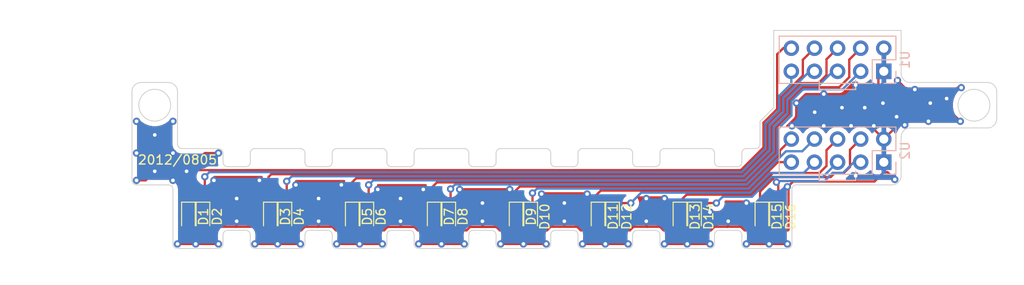
<source format=kicad_pcb>
(kicad_pcb (version 20171130) (host pcbnew "(5.1.6-0-10_14)")
  (layers (0 F.Cu signal) (31 B.Cu signal) (34 B.Paste user) (35 F.Paste user) (36 B.SilkS user) (37 F.SilkS user) (38 B.Mask user) (39 F.Mask user) (44 Edge.Cuts user))
  (net 0 "")
  (net 1 GND)
  (net 2 OUT1)
  (net 3 OUT2)
  (net 4 OUT3)
  (net 5 OUT4)
  (net 6 OUT5)
  (net 7 OUT6)
  (net 8 OUT7)
  (net 9 OUT8)
  (net 10 OUT9)
  (net 11 OUT10)
  (net 12 OUT11)
  (net 13 OUT12)
  (net 14 OUT13)
  (net 15 OUT14)
  (net 16 OUT15)
  (net 17 OUT16)
  (module Pin_Headers:Pin_Header_Straight_2x05_Pitch2.54mm (layer B.Cu) (at 193.095 102 90)
    (fp_text reference U2 (at 1.27 2.33 90) (layer B.SilkS) (effects (justify mirror)))
    (fp_text value Conn_02x05)
    (pad 1 thru_hole rect (at 0 0 90) (size 1.7 1.7) (drill 1) (layers *.Cu *.Mask) (net 1 GND))
    (pad 2 thru_hole oval (at 2.54 0 90) (size 1.7 1.7) (drill 1) (layers *.Cu *.Mask) (net 1 GND))
    (pad 3 thru_hole oval (at 0 -2.54 90) (size 1.7 1.7) (drill 1) (layers *.Cu *.Mask) (net 17 OUT16))
    (pad 4 thru_hole oval (at 2.54 -2.54 90) (size 1.7 1.7) (drill 1) (layers *.Cu *.Mask) (net 16 OUT15))
    (pad 5 thru_hole oval (at 0 -5.08 90) (size 1.7 1.7) (drill 1) (layers *.Cu *.Mask) (net 15 OUT14))
    (pad 6 thru_hole oval (at 2.54 -5.08 90) (size 1.7 1.7) (drill 1) (layers *.Cu *.Mask) (net 14 OUT13))
    (pad 7 thru_hole oval (at 0 -7.62 90) (size 1.7 1.7) (drill 1) (layers *.Cu *.Mask) (net 13 OUT12))
    (pad 8 thru_hole oval (at 2.54 -7.62 90) (size 1.7 1.7) (drill 1) (layers *.Cu *.Mask) (net 11 OUT10))
    (pad 9 thru_hole oval (at 0 -10.16 90) (size 1.7 1.7) (drill 1) (layers *.Cu *.Mask) (net 12 OUT11))
    (pad 10 thru_hole oval (at 2.54 -10.16 90) (size 1.7 1.7) (drill 1) (layers *.Cu *.Mask) (net 10 OUT9))
  )
  (module Pin_Headers:Pin_Header_Straight_2x05_Pitch2.54mm (layer B.Cu) (at 193.095 92 90)
    (fp_text reference U1 (at 1.27 2.33 90) (layer B.SilkS) (effects (justify mirror)))
    (fp_text value Conn_02x05)
    (pad 10 thru_hole oval (at 2.54 -10.16 90) (size 1.7 1.7) (drill 1) (layers *.Cu *.Mask) (net 2 OUT1))
    (pad 9 thru_hole oval (at 0 -10.16 90) (size 1.7 1.7) (drill 1) (layers *.Cu *.Mask) (net 3 OUT2))
    (pad 8 thru_hole oval (at 2.54 -7.62 90) (size 1.7 1.7) (drill 1) (layers *.Cu *.Mask) (net 4 OUT3))
    (pad 7 thru_hole oval (at 0 -7.62 90) (size 1.7 1.7) (drill 1) (layers *.Cu *.Mask) (net 5 OUT4))
    (pad 6 thru_hole oval (at 2.54 -5.08 90) (size 1.7 1.7) (drill 1) (layers *.Cu *.Mask) (net 6 OUT5))
    (pad 5 thru_hole oval (at 0 -5.08 90) (size 1.7 1.7) (drill 1) (layers *.Cu *.Mask) (net 7 OUT6))
    (pad 4 thru_hole oval (at 2.54 -2.54 90) (size 1.7 1.7) (drill 1) (layers *.Cu *.Mask) (net 8 OUT7))
    (pad 3 thru_hole oval (at 0 -2.54 90) (size 1.7 1.7) (drill 1) (layers *.Cu *.Mask) (net 9 OUT8))
    (pad 2 thru_hole oval (at 2.54 0 90) (size 1.7 1.7) (drill 1) (layers *.Cu *.Mask) (net 1 GND))
    (pad 1 thru_hole rect (at 0 0 90) (size 1.7 1.7) (drill 1) (layers *.Cu *.Mask) (net 1 GND))
  )
  (module Diodes_SMD:D_0805 (layer F.Cu) (at 116.75 108 270)
    (fp_text reference D1 (at 0 -1.6 90) (layer F.SilkS))
    (fp_text value D_Photo)
    (pad 2 smd rect (at 1.05 0 270) (size 0.8 0.9) (layers F.Cu F.Paste F.Mask) (net 1 GND))
    (pad 1 smd rect (at -1.05 0 270) (size 0.8 0.9) (layers F.Cu F.Paste F.Mask) (net 2 OUT1))
  )
  (module Diodes_SMD:D_0805 (layer F.Cu) (at 118.25 108 270)
    (fp_text reference D2 (at 0 -1.6 90) (layer F.SilkS))
    (fp_text value D_Photo)
    (pad 1 smd rect (at -1.05 0 270) (size 0.8 0.9) (layers F.Cu F.Paste F.Mask) (net 3 OUT2))
    (pad 2 smd rect (at 1.05 0 270) (size 0.8 0.9) (layers F.Cu F.Paste F.Mask) (net 1 GND))
  )
  (module Diodes_SMD:D_0805 (layer F.Cu) (at 125.75 108 270)
    (fp_text reference D3 (at 0 -1.6 90) (layer F.SilkS))
    (fp_text value D_Photo)
    (pad 2 smd rect (at 1.05 0 270) (size 0.8 0.9) (layers F.Cu F.Paste F.Mask) (net 1 GND))
    (pad 1 smd rect (at -1.05 0 270) (size 0.8 0.9) (layers F.Cu F.Paste F.Mask) (net 4 OUT3))
  )
  (module Diodes_SMD:D_0805 (layer F.Cu) (at 127.25 108 270)
    (fp_text reference D4 (at 0 -1.6 90) (layer F.SilkS))
    (fp_text value D_Photo)
    (pad 1 smd rect (at -1.05 0 270) (size 0.8 0.9) (layers F.Cu F.Paste F.Mask) (net 5 OUT4))
    (pad 2 smd rect (at 1.05 0 270) (size 0.8 0.9) (layers F.Cu F.Paste F.Mask) (net 1 GND))
  )
  (module Diodes_SMD:D_0805 (layer F.Cu) (at 134.75 108 270)
    (fp_text reference D5 (at 0 -1.6 90) (layer F.SilkS))
    (fp_text value D_Photo)
    (pad 2 smd rect (at 1.05 0 270) (size 0.8 0.9) (layers F.Cu F.Paste F.Mask) (net 1 GND))
    (pad 1 smd rect (at -1.05 0 270) (size 0.8 0.9) (layers F.Cu F.Paste F.Mask) (net 6 OUT5))
  )
  (module Diodes_SMD:D_0805 (layer F.Cu) (at 136.25 108 270)
    (fp_text reference D6 (at 0 -1.6 90) (layer F.SilkS))
    (fp_text value D_Photo)
    (pad 1 smd rect (at -1.05 0 270) (size 0.8 0.9) (layers F.Cu F.Paste F.Mask) (net 7 OUT6))
    (pad 2 smd rect (at 1.05 0 270) (size 0.8 0.9) (layers F.Cu F.Paste F.Mask) (net 1 GND))
  )
  (module Diodes_SMD:D_0805 (layer F.Cu) (at 143.75 108 270)
    (fp_text reference D7 (at 0 -1.6 90) (layer F.SilkS))
    (fp_text value D_Photo)
    (pad 2 smd rect (at 1.05 0 270) (size 0.8 0.9) (layers F.Cu F.Paste F.Mask) (net 1 GND))
    (pad 1 smd rect (at -1.05 0 270) (size 0.8 0.9) (layers F.Cu F.Paste F.Mask) (net 8 OUT7))
  )
  (module Diodes_SMD:D_0805 (layer F.Cu) (at 145.25 108 270)
    (fp_text reference D8 (at 0 -1.6 90) (layer F.SilkS))
    (fp_text value D_Photo)
    (pad 1 smd rect (at -1.05 0 270) (size 0.8 0.9) (layers F.Cu F.Paste F.Mask) (net 9 OUT8))
    (pad 2 smd rect (at 1.05 0 270) (size 0.8 0.9) (layers F.Cu F.Paste F.Mask) (net 1 GND))
  )
  (module Diodes_SMD:D_0805 (layer F.Cu) (at 152.75 108 270)
    (fp_text reference D9 (at 0 -1.6 90) (layer F.SilkS))
    (fp_text value D_Photo)
    (pad 2 smd rect (at 1.05 0 270) (size 0.8 0.9) (layers F.Cu F.Paste F.Mask) (net 1 GND))
    (pad 1 smd rect (at -1.05 0 270) (size 0.8 0.9) (layers F.Cu F.Paste F.Mask) (net 10 OUT9))
  )
  (module Diodes_SMD:D_0805 (layer F.Cu) (at 154.25 108 270)
    (fp_text reference D10 (at 0 -1.6 90) (layer F.SilkS))
    (fp_text value D_Photo)
    (pad 1 smd rect (at -1.05 0 270) (size 0.8 0.9) (layers F.Cu F.Paste F.Mask) (net 11 OUT10))
    (pad 2 smd rect (at 1.05 0 270) (size 0.8 0.9) (layers F.Cu F.Paste F.Mask) (net 1 GND))
  )
  (module Diodes_SMD:D_0805 (layer F.Cu) (at 161.75 108 270)
    (fp_text reference D11 (at 0 -1.6 90) (layer F.SilkS))
    (fp_text value D_Photo)
    (pad 2 smd rect (at 1.05 0 270) (size 0.8 0.9) (layers F.Cu F.Paste F.Mask) (net 1 GND))
    (pad 1 smd rect (at -1.05 0 270) (size 0.8 0.9) (layers F.Cu F.Paste F.Mask) (net 12 OUT11))
  )
  (module Diodes_SMD:D_0805 (layer F.Cu) (at 163.25 108 270)
    (fp_text reference D12 (at 0 -1.6 90) (layer F.SilkS))
    (fp_text value D_Photo)
    (pad 1 smd rect (at -1.05 0 270) (size 0.8 0.9) (layers F.Cu F.Paste F.Mask) (net 13 OUT12))
    (pad 2 smd rect (at 1.05 0 270) (size 0.8 0.9) (layers F.Cu F.Paste F.Mask) (net 1 GND))
  )
  (module Diodes_SMD:D_0805 (layer F.Cu) (at 170.75 108 270)
    (fp_text reference D13 (at 0 -1.6 90) (layer F.SilkS))
    (fp_text value D_Photo)
    (pad 2 smd rect (at 1.05 0 270) (size 0.8 0.9) (layers F.Cu F.Paste F.Mask) (net 1 GND))
    (pad 1 smd rect (at -1.05 0 270) (size 0.8 0.9) (layers F.Cu F.Paste F.Mask) (net 14 OUT13))
  )
  (module Diodes_SMD:D_0805 (layer F.Cu) (at 172.25 108 270)
    (fp_text reference D14 (at 0 -1.6 90) (layer F.SilkS))
    (fp_text value D_Photo)
    (pad 1 smd rect (at -1.05 0 270) (size 0.8 0.9) (layers F.Cu F.Paste F.Mask) (net 15 OUT14))
    (pad 2 smd rect (at 1.05 0 270) (size 0.8 0.9) (layers F.Cu F.Paste F.Mask) (net 1 GND))
  )
  (module Diodes_SMD:D_0805 (layer F.Cu) (at 179.75 108 270)
    (fp_text reference D15 (at 0 -1.6 90) (layer F.SilkS))
    (fp_text value D_Photo)
    (pad 2 smd rect (at 1.05 0 270) (size 0.8 0.9) (layers F.Cu F.Paste F.Mask) (net 1 GND))
    (pad 1 smd rect (at -1.05 0 270) (size 0.8 0.9) (layers F.Cu F.Paste F.Mask) (net 16 OUT15))
  )
  (module Diodes_SMD:D_0805 (layer F.Cu) (at 181.25 108 270)
    (fp_text reference D16 (at 0 -1.6 90) (layer F.SilkS))
    (fp_text value D_Photo)
    (pad 1 smd rect (at -1.05 0 270) (size 0.8 0.9) (layers F.Cu F.Paste F.Mask) (net 17 OUT16))
    (pad 2 smd rect (at 1.05 0 270) (size 0.8 0.9) (layers F.Cu F.Paste F.Mask) (net 1 GND))
  )
  (gr_text 2012/0805 (at 115.5 101.75) (layer F.SilkS) (effects (font (size 1 1))))
  (gr_line (start 190 104) (end 190 103) (layer B.SilkS) (width 0.15))
  (gr_line (start 186 104) (end 190 104) (layer B.SilkS) (width 0.15))
  (gr_line (start 186 103) (end 186 104) (layer B.SilkS) (width 0.15))
  (gr_line (start 190 94) (end 190 93) (layer B.SilkS) (width 0.15))
  (gr_line (start 186 94) (end 190 94) (layer B.SilkS) (width 0.15))
  (gr_line (start 186 93) (end 186 94) (layer B.SilkS) (width 0.15))
  (gr_arc (start 179 100) (end 179 100.5) (angle -90) (layer Edge.Cuts) (width 0.1))
  (gr_line (start 178 100.5) (end 179 100.5) (layer Edge.Cuts) (width 0.1))
  (gr_line (start 115 105) (end 115 111) (layer Edge.Cuts) (width 0.1))
  (gr_arc (start 111 104) (end 110.5 104) (angle -90) (layer Edge.Cuts) (width 0.1))
  (gr_arc (start 194 103.5) (end 194 104.5) (angle -90) (layer Edge.Cuts) (width 0.1))
  (gr_line (start 183.5 104.5) (end 194 104.5) (layer Edge.Cuts) (width 0.1))
  (gr_line (start 175 109.5) (end 177 109.5) (layer Edge.Cuts) (width 0.1))
  (gr_line (start 166 109.5) (end 168 109.5) (layer Edge.Cuts) (width 0.1))
  (gr_line (start 157 109.5) (end 159 109.5) (layer Edge.Cuts) (width 0.1))
  (gr_line (start 148 109.5) (end 150 109.5) (layer Edge.Cuts) (width 0.1))
  (gr_line (start 139 109.5) (end 141 109.5) (layer Edge.Cuts) (width 0.1))
  (gr_line (start 130 109.5) (end 132 109.5) (layer Edge.Cuts) (width 0.1))
  (gr_line (start 121 109.5) (end 123 109.5) (layer Edge.Cuts) (width 0.1))
  (gr_line (start 111 104.5) (end 114.5 104.5) (layer Edge.Cuts) (width 0.1))
  (gr_line (start 121 102.5) (end 123 102.5) (layer Edge.Cuts) (width 0.1))
  (gr_line (start 130 102.5) (end 132 102.5) (layer Edge.Cuts) (width 0.1))
  (gr_line (start 139 102.5) (end 141 102.5) (layer Edge.Cuts) (width 0.1))
  (gr_line (start 150 102.5) (end 148 102.5) (layer Edge.Cuts) (width 0.1))
  (gr_line (start 159 102.5) (end 157 102.5) (layer Edge.Cuts) (width 0.1))
  (gr_line (start 168 102.5) (end 166 102.5) (layer Edge.Cuts) (width 0.1))
  (gr_line (start 177 102.5) (end 175 102.5) (layer Edge.Cuts) (width 0.1))
  (gr_line (start 116 100.5) (end 120 100.5) (layer Edge.Cuts) (width 0.1))
  (gr_arc (start 177 102) (end 177 102.5) (angle -90) (layer Edge.Cuts) (width 0.1))
  (gr_arc (start 178 101) (end 178 100.5) (angle -90) (layer Edge.Cuts) (width 0.1))
  (gr_line (start 177.5 101) (end 177.5 102) (layer Edge.Cuts) (width 0.1))
  (gr_arc (start 121 102) (end 120.5 102) (angle -90) (layer Edge.Cuts) (width 0.1))
  (gr_arc (start 120 101) (end 120.5 101) (angle -90) (layer Edge.Cuts) (width 0.1))
  (gr_arc (start 116 100) (end 115.5 100) (angle -90) (layer Edge.Cuts) (width 0.1))
  (gr_line (start 120.5 101) (end 120.5 102) (layer Edge.Cuts) (width 0.1))
  (gr_line (start 123.5 101) (end 123.5 102) (layer Edge.Cuts) (width 0.1))
  (gr_line (start 124 100.5) (end 129 100.5) (layer Edge.Cuts) (width 0.1))
  (gr_arc (start 124 101) (end 124 100.5) (angle -90) (layer Edge.Cuts) (width 0.1))
  (gr_arc (start 130 102) (end 129.5 102) (angle -90) (layer Edge.Cuts) (width 0.1))
  (gr_arc (start 129 101) (end 129.5 101) (angle -90) (layer Edge.Cuts) (width 0.1))
  (gr_line (start 129.5 101) (end 129.5 102) (layer Edge.Cuts) (width 0.1))
  (gr_arc (start 123 102) (end 123 102.5) (angle -90) (layer Edge.Cuts) (width 0.1))
  (gr_arc (start 132 102) (end 132 102.5) (angle -90) (layer Edge.Cuts) (width 0.1))
  (gr_arc (start 133 101) (end 133 100.5) (angle -90) (layer Edge.Cuts) (width 0.1))
  (gr_line (start 133 100.5) (end 138 100.5) (layer Edge.Cuts) (width 0.1))
  (gr_line (start 138.5 101) (end 138.5 102) (layer Edge.Cuts) (width 0.1))
  (gr_arc (start 139 102) (end 138.5 102) (angle -90) (layer Edge.Cuts) (width 0.1))
  (gr_arc (start 138 101) (end 138.5 101) (angle -90) (layer Edge.Cuts) (width 0.1))
  (gr_line (start 132.5 101) (end 132.5 102) (layer Edge.Cuts) (width 0.1))
  (gr_arc (start 148 102) (end 147.5 102) (angle -90) (layer Edge.Cuts) (width 0.1))
  (gr_line (start 141.5 101) (end 141.5 102) (layer Edge.Cuts) (width 0.1))
  (gr_arc (start 147 101) (end 147.5 101) (angle -90) (layer Edge.Cuts) (width 0.1))
  (gr_arc (start 141 102) (end 141 102.5) (angle -90) (layer Edge.Cuts) (width 0.1))
  (gr_line (start 147.5 101) (end 147.5 102) (layer Edge.Cuts) (width 0.1))
  (gr_line (start 142 100.5) (end 147 100.5) (layer Edge.Cuts) (width 0.1))
  (gr_arc (start 142 101) (end 142 100.5) (angle -90) (layer Edge.Cuts) (width 0.1))
  (gr_arc (start 150 102) (end 150 102.5) (angle -90) (layer Edge.Cuts) (width 0.1))
  (gr_arc (start 151 101) (end 151 100.5) (angle -90) (layer Edge.Cuts) (width 0.1))
  (gr_line (start 151 100.5) (end 156 100.5) (layer Edge.Cuts) (width 0.1))
  (gr_arc (start 156 101) (end 156.5 101) (angle -90) (layer Edge.Cuts) (width 0.1))
  (gr_arc (start 157 102) (end 156.5 102) (angle -90) (layer Edge.Cuts) (width 0.1))
  (gr_line (start 150.5 101) (end 150.5 102) (layer Edge.Cuts) (width 0.1))
  (gr_line (start 156.5 101) (end 156.5 102) (layer Edge.Cuts) (width 0.1))
  (gr_arc (start 159 102) (end 159 102.5) (angle -90) (layer Edge.Cuts) (width 0.1))
  (gr_arc (start 160 101) (end 160 100.5) (angle -90) (layer Edge.Cuts) (width 0.1))
  (gr_line (start 165.5 101) (end 165.5 102) (layer Edge.Cuts) (width 0.1))
  (gr_arc (start 165 101) (end 165.5 101) (angle -90) (layer Edge.Cuts) (width 0.1))
  (gr_line (start 160 100.5) (end 165 100.5) (layer Edge.Cuts) (width 0.1))
  (gr_arc (start 166 102) (end 165.5 102) (angle -90) (layer Edge.Cuts) (width 0.1))
  (gr_line (start 159.5 101) (end 159.5 102) (layer Edge.Cuts) (width 0.1))
  (gr_arc (start 169 101) (end 169 100.5) (angle -90) (layer Edge.Cuts) (width 0.1))
  (gr_arc (start 168 102) (end 168 102.5) (angle -90) (layer Edge.Cuts) (width 0.1))
  (gr_arc (start 175 102) (end 174.5 102) (angle -90) (layer Edge.Cuts) (width 0.1))
  (gr_line (start 168.5 101) (end 168.5 102) (layer Edge.Cuts) (width 0.1))
  (gr_line (start 174.5 101) (end 174.5 102) (layer Edge.Cuts) (width 0.1))
  (gr_arc (start 174 101) (end 174.5 101) (angle -90) (layer Edge.Cuts) (width 0.1))
  (gr_line (start 169 100.5) (end 174 100.5) (layer Edge.Cuts) (width 0.1))
  (gr_arc (start 177 110) (end 177.5 110) (angle -90) (layer Edge.Cuts) (width 0.1))
  (gr_line (start 177.5 111) (end 177.5 110) (layer Edge.Cuts) (width 0.1))
  (gr_arc (start 178 111) (end 177.5 111) (angle -90) (layer Edge.Cuts) (width 0.1))
  (gr_arc (start 183.5 105) (end 183.5 104.5) (angle -90) (layer Edge.Cuts) (width 0.1))
  (gr_line (start 182.5 111.5) (end 178 111.5) (layer Edge.Cuts) (width 0.1))
  (gr_line (start 183 111) (end 183 105) (layer Edge.Cuts) (width 0.1))
  (gr_arc (start 182.5 111) (end 182.5 111.5) (angle -90) (layer Edge.Cuts) (width 0.1))
  (gr_line (start 174.5 111) (end 174.5 110) (layer Edge.Cuts) (width 0.1))
  (gr_arc (start 175 110) (end 175 109.5) (angle -90) (layer Edge.Cuts) (width 0.1))
  (gr_arc (start 168 110) (end 168.5 110) (angle -90) (layer Edge.Cuts) (width 0.1))
  (gr_line (start 168.5 111) (end 168.5 110) (layer Edge.Cuts) (width 0.1))
  (gr_arc (start 174 111) (end 174 111.5) (angle -90) (layer Edge.Cuts) (width 0.1))
  (gr_arc (start 169 111) (end 168.5 111) (angle -90) (layer Edge.Cuts) (width 0.1))
  (gr_line (start 174 111.5) (end 169 111.5) (layer Edge.Cuts) (width 0.1))
  (gr_arc (start 166 110) (end 166 109.5) (angle -90) (layer Edge.Cuts) (width 0.1))
  (gr_line (start 159.5 111) (end 159.5 110) (layer Edge.Cuts) (width 0.1))
  (gr_arc (start 165 111) (end 165 111.5) (angle -90) (layer Edge.Cuts) (width 0.1))
  (gr_line (start 165 111.5) (end 160 111.5) (layer Edge.Cuts) (width 0.1))
  (gr_arc (start 159 110) (end 159.5 110) (angle -90) (layer Edge.Cuts) (width 0.1))
  (gr_arc (start 160 111) (end 159.5 111) (angle -90) (layer Edge.Cuts) (width 0.1))
  (gr_line (start 165.5 111) (end 165.5 110) (layer Edge.Cuts) (width 0.1))
  (gr_arc (start 150 110) (end 150.5 110) (angle -90) (layer Edge.Cuts) (width 0.1))
  (gr_arc (start 151 111) (end 150.5 111) (angle -90) (layer Edge.Cuts) (width 0.1))
  (gr_line (start 156.5 111) (end 156.5 110) (layer Edge.Cuts) (width 0.1))
  (gr_arc (start 156 111) (end 156 111.5) (angle -90) (layer Edge.Cuts) (width 0.1))
  (gr_line (start 156 111.5) (end 151 111.5) (layer Edge.Cuts) (width 0.1))
  (gr_arc (start 157 110) (end 157 109.5) (angle -90) (layer Edge.Cuts) (width 0.1))
  (gr_line (start 150.5 111) (end 150.5 110) (layer Edge.Cuts) (width 0.1))
  (gr_line (start 147.5 111) (end 147.5 110) (layer Edge.Cuts) (width 0.1))
  (gr_arc (start 141 110) (end 141.5 110) (angle -90) (layer Edge.Cuts) (width 0.1))
  (gr_line (start 141.5 111) (end 141.5 110) (layer Edge.Cuts) (width 0.1))
  (gr_arc (start 148 110) (end 148 109.5) (angle -90) (layer Edge.Cuts) (width 0.1))
  (gr_arc (start 147 111) (end 147 111.5) (angle -90) (layer Edge.Cuts) (width 0.1))
  (gr_line (start 147 111.5) (end 142 111.5) (layer Edge.Cuts) (width 0.1))
  (gr_arc (start 142 111) (end 141.5 111) (angle -90) (layer Edge.Cuts) (width 0.1))
  (gr_line (start 138.5 111) (end 138.5 110) (layer Edge.Cuts) (width 0.1))
  (gr_arc (start 139 110) (end 139 109.5) (angle -90) (layer Edge.Cuts) (width 0.1))
  (gr_arc (start 138 111) (end 138 111.5) (angle -90) (layer Edge.Cuts) (width 0.1))
  (gr_line (start 138 111.5) (end 133 111.5) (layer Edge.Cuts) (width 0.1))
  (gr_arc (start 132 110) (end 132.5 110) (angle -90) (layer Edge.Cuts) (width 0.1))
  (gr_line (start 132.5 111) (end 132.5 110) (layer Edge.Cuts) (width 0.1))
  (gr_arc (start 133 111) (end 132.5 111) (angle -90) (layer Edge.Cuts) (width 0.1))
  (gr_line (start 129.5 111) (end 129.5 110) (layer Edge.Cuts) (width 0.1))
  (gr_arc (start 130 110) (end 130 109.5) (angle -90) (layer Edge.Cuts) (width 0.1))
  (gr_arc (start 129 111) (end 129 111.5) (angle -90) (layer Edge.Cuts) (width 0.1))
  (gr_line (start 123.5 111) (end 123.5 110) (layer Edge.Cuts) (width 0.1))
  (gr_arc (start 123 110) (end 123.5 110) (angle -90) (layer Edge.Cuts) (width 0.1))
  (gr_line (start 129 111.5) (end 124 111.5) (layer Edge.Cuts) (width 0.1))
  (gr_arc (start 124 111) (end 123.5 111) (angle -90) (layer Edge.Cuts) (width 0.1))
  (gr_arc (start 121 110) (end 121 109.5) (angle -90) (layer Edge.Cuts) (width 0.1))
  (gr_arc (start 114.5 105) (end 115 105) (angle -90) (layer Edge.Cuts) (width 0.1))
  (gr_line (start 120.5 111) (end 120.5 110) (layer Edge.Cuts) (width 0.1))
  (gr_arc (start 120 111) (end 120 111.5) (angle -90) (layer Edge.Cuts) (width 0.1))
  (gr_arc (start 115.5 111) (end 115 111) (angle -90) (layer Edge.Cuts) (width 0.1))
  (gr_line (start 120 111.5) (end 115.5 111.5) (layer Edge.Cuts) (width 0.1))
  (gr_arc (start 114.5 94.23) (end 115.5 94.23) (angle -90) (layer Edge.Cuts) (width 0.1))
  (gr_arc (start 111.5 94.23) (end 111.5 93.23) (angle -90) (layer Edge.Cuts) (width 0.1))
  (gr_line (start 111.5 93.23) (end 114.5 93.23) (layer Edge.Cuts) (width 0.1))
  (gr_line (start 110.5 104) (end 110.5 94.23) (layer Edge.Cuts) (width 0.1))
  (gr_line (start 115.5 100) (end 115.5 94.23) (layer Edge.Cuts) (width 0.1))
  (gr_circle (center 113 95.73) (end 114.75 95.73) (layer Edge.Cuts) (width 0.1))
  (gr_circle (center 203 95.73) (end 204.75 95.73) (layer Edge.Cuts) (width 0.1))
  (gr_arc (start 196 92.23) (end 195 92.23) (angle -90) (layer Edge.Cuts) (width 0.1))
  (gr_arc (start 196 99.23) (end 196 98.23) (angle -90) (layer Edge.Cuts) (width 0.1))
  (gr_line (start 195 92.23) (end 195 87.5) (layer Edge.Cuts) (width 0.1))
  (gr_arc (start 204.5 97.23) (end 204.5 98.23) (angle -90) (layer Edge.Cuts) (width 0.1))
  (gr_arc (start 204.5 94.23) (end 205.5 94.23) (angle -90) (layer Edge.Cuts) (width 0.1))
  (gr_line (start 196 98.23) (end 204.5 98.23) (layer Edge.Cuts) (width 0.1))
  (gr_line (start 205.5 94.23) (end 205.5 97.23) (layer Edge.Cuts) (width 0.1))
  (gr_line (start 196 93.23) (end 204.5 93.23) (layer Edge.Cuts) (width 0.1))
  (gr_line (start 181 96) (end 181 93) (layer Edge.Cuts) (width 0.1))
  (gr_line (start 179.5 97.5) (end 181 96) (layer Edge.Cuts) (width 0.1))
  (gr_line (start 179.5 100) (end 179.5 97.5) (layer Edge.Cuts) (width 0.1))
  (gr_line (start 181 87.5) (end 195 87.5) (layer Edge.Cuts) (width 0.1))
  (gr_line (start 181 93) (end 181 87.5) (layer Edge.Cuts) (width 0.1))
  (gr_line (start 195 103.5) (end 195 99.23) (layer Edge.Cuts) (width 0.1))
  (via (at 111 97.5) (size 0.8) (drill 0.4) (layers F.Cu B.Cu) (net 1))
  (segment (start 152.5 109.5) (end 154.5 109.5) (width 0.25) (layer F.Cu) (net 1))
  (segment (start 170.5 109.5) (end 172.5 109.5) (width 0.25) (layer F.Cu) (net 1))
  (segment (start 193.095 99.46) (end 193.095 102) (width 0.25) (layer F.Cu) (net 1))
  (via (at 194.5 97) (size 0.8) (drill 0.4) (layers F.Cu B.Cu) (net 1))
  (via (at 189.5 98) (size 0.8) (drill 0.4) (layers F.Cu B.Cu) (net 1))
  (segment (start 194.5 98.055) (end 194.5 97) (width 0.25) (layer F.Cu) (net 1))
  (segment (start 193.095 99.46) (end 194.5 98.055) (width 0.25) (layer F.Cu) (net 1))
  (segment (start 194.5 96) (end 192.5 94) (width 0.25) (layer F.Cu) (net 1))
  (segment (start 194.5 97) (end 194.5 96) (width 0.25) (layer F.Cu) (net 1))
  (segment (start 192.5 92.595) (end 193.095 92) (width 0.25) (layer F.Cu) (net 1))
  (segment (start 192.5 94) (end 192.5 92.595) (width 0.25) (layer F.Cu) (net 1))
  (segment (start 193.095 89.46) (end 193.095 92) (width 0.25) (layer F.Cu) (net 1))
  (via (at 195.4 97.9) (size 0.8) (drill 0.4) (layers F.Cu B.Cu) (net 1))
  (via (at 194.6 93) (size 0.8) (drill 0.4) (layers F.Cu B.Cu) (net 1))
  (via (at 201.6 93.8) (size 0.8) (drill 0.4) (layers F.Cu B.Cu) (net 1))
  (via (at 198.2 95.5) (size 0.8) (drill 0.4) (layers F.Cu B.Cu) (net 1))
  (via (at 196.5 94) (size 0.8) (drill 0.4) (layers F.Cu B.Cu) (net 1))
  (via (at 200 95) (size 0.8) (drill 0.4) (layers F.Cu B.Cu) (net 1))
  (segment (start 196.1 94.5) (end 196.5 94.5) (width 0.25) (layer F.Cu) (net 1))
  (segment (start 199.5 94.5) (end 200 95) (width 0.25) (layer F.Cu) (net 1))
  (segment (start 201.2 93.8) (end 200 95) (width 0.25) (layer F.Cu) (net 1))
  (segment (start 201.6 93.8) (end 201.2 93.8) (width 0.25) (layer F.Cu) (net 1))
  (segment (start 200 96) (end 200 95) (width 0.25) (layer F.Cu) (net 1))
  (segment (start 198.2 94.5) (end 199.5 94.5) (width 0.25) (layer F.Cu) (net 1))
  (segment (start 198.2 96.3) (end 198.2 94.5) (width 0.25) (layer F.Cu) (net 1))
  (segment (start 196.5 94.5) (end 198.2 94.5) (width 0.25) (layer F.Cu) (net 1))
  (segment (start 195.4 94.4) (end 195.7 94.1) (width 0.25) (layer F.Cu) (net 1))
  (segment (start 195.7 94.1) (end 196.1 94.5) (width 0.25) (layer F.Cu) (net 1))
  (segment (start 194.6 93) (end 195.7 94.1) (width 0.25) (layer F.Cu) (net 1))
  (segment (start 194.5 97) (end 195.4 97) (width 0.25) (layer F.Cu) (net 1))
  (segment (start 195.4 97) (end 195.4 94.4) (width 0.25) (layer F.Cu) (net 1))
  (segment (start 195.4 97.9) (end 195.4 97) (width 0.25) (layer F.Cu) (net 1))
  (segment (start 118.5 109.5) (end 119.8 109.5) (width 0.25) (layer F.Cu) (net 1))
  (segment (start 119.8 109.5) (end 120.192144 109.107856) (width 0.25) (layer F.Cu) (net 1))
  (segment (start 124.2 109.5) (end 125.5 109.5) (width 0.25) (layer F.Cu) (net 1))
  (segment (start 123.807856 109.107856) (end 124.2 109.5) (width 0.25) (layer F.Cu) (net 1))
  (segment (start 127.5 109.5) (end 129.1 109.5) (width 0.25) (layer F.Cu) (net 1))
  (segment (start 129.1 109.5) (end 129.492144 109.107856) (width 0.25) (layer F.Cu) (net 1))
  (segment (start 132.9 109.5) (end 134.5 109.5) (width 0.25) (layer F.Cu) (net 1))
  (segment (start 132.507856 109.107856) (end 132.9 109.5) (width 0.25) (layer F.Cu) (net 1))
  (segment (start 136.5 109.5) (end 138.2 109.5) (width 0.25) (layer F.Cu) (net 1))
  (segment (start 138.2 109.5) (end 138.575754 109.124246) (width 0.25) (layer F.Cu) (net 1))
  (segment (start 141.9 109.5) (end 143.5 109.5) (width 0.25) (layer F.Cu) (net 1))
  (segment (start 141.524246 109.124246) (end 141.9 109.5) (width 0.25) (layer F.Cu) (net 1))
  (segment (start 150.9 109.5) (end 152.5 109.5) (width 0.25) (layer F.Cu) (net 1))
  (segment (start 147.261496 109.5) (end 147.63725 109.124246) (width 0.25) (layer F.Cu) (net 1))
  (segment (start 150.524246 109.124246) (end 150.9 109.5) (width 0.25) (layer F.Cu) (net 1))
  (segment (start 145.5 109.5) (end 147.261496 109.5) (width 0.25) (layer F.Cu) (net 1))
  (segment (start 154.5 109.5) (end 156.1 109.5) (width 0.25) (layer F.Cu) (net 1))
  (segment (start 156.492144 109.107856) (end 159.407856 109.107856) (width 0.25) (layer F.Cu) (net 1))
  (segment (start 156.1 109.5) (end 156.492144 109.107856) (width 0.25) (layer F.Cu) (net 1))
  (segment (start 159.8 109.5) (end 161.5 109.5) (width 0.25) (layer F.Cu) (net 1))
  (segment (start 159.407856 109.107856) (end 159.8 109.5) (width 0.25) (layer F.Cu) (net 1))
  (segment (start 163.5 109.5) (end 165.2 109.5) (width 0.25) (layer F.Cu) (net 1))
  (segment (start 165.2 109.5) (end 165.592144 109.107856) (width 0.25) (layer F.Cu) (net 1))
  (segment (start 168.9 109.5) (end 170.5 109.5) (width 0.25) (layer F.Cu) (net 1))
  (segment (start 168.507856 109.107856) (end 168.9 109.5) (width 0.25) (layer F.Cu) (net 1))
  (segment (start 172.5 109.5) (end 174.1 109.5) (width 0.25) (layer F.Cu) (net 1))
  (segment (start 174.1 109.5) (end 174.492144 109.107856) (width 0.25) (layer F.Cu) (net 1))
  (segment (start 177.8 109.5) (end 179.5 109.5) (width 0.25) (layer F.Cu) (net 1))
  (segment (start 177.407856 109.107856) (end 177.8 109.5) (width 0.25) (layer F.Cu) (net 1))
  (segment (start 182.55 109.5) (end 182.625001 109.424999) (width 0.25) (layer F.Cu) (net 1))
  (segment (start 182.625001 109.424999) (end 182.625001 105.474999) (width 0.25) (layer F.Cu) (net 1))
  (segment (start 181.5 109.5) (end 182.55 109.5) (width 0.25) (layer F.Cu) (net 1))
  (via (at 115 97.5) (size 0.8) (drill 0.4) (layers F.Cu B.Cu) (net 1))
  (via (at 111 101) (size 0.8) (drill 0.4) (layers F.Cu B.Cu) (net 1))
  (via (at 111 104) (size 0.8) (drill 0.4) (layers F.Cu B.Cu) (net 1))
  (via (at 120 101) (size 0.8) (drill 0.4) (layers F.Cu B.Cu) (net 1))
  (via (at 115 101) (size 0.8) (drill 0.4) (layers F.Cu B.Cu) (net 1))
  (via (at 115 104) (size 0.8) (drill 0.4) (layers F.Cu B.Cu) (net 1))
  (via (at 119.5 104) (size 0.8) (drill 0.4) (layers F.Cu B.Cu) (net 1))
  (via (at 124.5 104) (size 0.8) (drill 0.4) (layers F.Cu B.Cu) (net 1))
  (via (at 122 108.5) (size 0.8) (drill 0.4) (layers F.Cu B.Cu) (net 1))
  (via (at 117.5 111) (size 0.8) (drill 0.4) (layers F.Cu B.Cu) (net 1))
  (via (at 126.5 111) (size 0.8) (drill 0.4) (layers F.Cu B.Cu) (net 1))
  (via (at 135.5 111) (size 0.8) (drill 0.4) (layers F.Cu B.Cu) (net 1))
  (via (at 144.5 111) (size 0.8) (drill 0.4) (layers F.Cu B.Cu) (net 1))
  (via (at 153.5 111) (size 0.8) (drill 0.4) (layers F.Cu B.Cu) (net 1))
  (via (at 162.5 111) (size 0.8) (drill 0.4) (layers F.Cu B.Cu) (net 1))
  (via (at 171.5 111) (size 0.8) (drill 0.4) (layers F.Cu B.Cu) (net 1))
  (via (at 180.5 111) (size 0.8) (drill 0.4) (layers F.Cu B.Cu) (net 1))
  (via (at 182.5 111) (size 0.8) (drill 0.4) (layers F.Cu B.Cu) (net 1))
  (via (at 178 111) (size 0.8) (drill 0.4) (layers F.Cu B.Cu) (net 1))
  (via (at 174 111) (size 0.8) (drill 0.4) (layers F.Cu B.Cu) (net 1))
  (via (at 169 111) (size 0.8) (drill 0.4) (layers F.Cu B.Cu) (net 1))
  (via (at 165 111) (size 0.8) (drill 0.4) (layers F.Cu B.Cu) (net 1))
  (via (at 160 111) (size 0.8) (drill 0.4) (layers F.Cu B.Cu) (net 1))
  (via (at 156 111) (size 0.8) (drill 0.4) (layers F.Cu B.Cu) (net 1))
  (via (at 151 111) (size 0.8) (drill 0.4) (layers F.Cu B.Cu) (net 1))
  (via (at 147 111) (size 0.8) (drill 0.4) (layers F.Cu B.Cu) (net 1))
  (via (at 142 111) (size 0.8) (drill 0.4) (layers F.Cu B.Cu) (net 1))
  (via (at 138 111) (size 0.8) (drill 0.4) (layers F.Cu B.Cu) (net 1))
  (via (at 133 111) (size 0.8) (drill 0.4) (layers F.Cu B.Cu) (net 1))
  (via (at 129 111) (size 0.8) (drill 0.4) (layers F.Cu B.Cu) (net 1))
  (via (at 124 111) (size 0.8) (drill 0.4) (layers F.Cu B.Cu) (net 1))
  (via (at 120 111) (size 0.8) (drill 0.4) (layers F.Cu B.Cu) (net 1))
  (via (at 115.5 111) (size 0.8) (drill 0.4) (layers F.Cu B.Cu) (net 1))
  (via (at 122 106) (size 0.8) (drill 0.4) (layers F.Cu B.Cu) (net 1))
  (via (at 131 106) (size 0.8) (drill 0.4) (layers F.Cu B.Cu) (net 1))
  (via (at 131 108.5) (size 0.8) (drill 0.4) (layers F.Cu B.Cu) (net 1))
  (via (at 128.5 104.5) (size 0.8) (drill 0.4) (layers F.Cu B.Cu) (net 1))
  (via (at 133.5 104.5) (size 0.8) (drill 0.4) (layers F.Cu B.Cu) (net 1))
  (via (at 140 108.5) (size 0.8) (drill 0.4) (layers F.Cu B.Cu) (net 1))
  (via (at 140 106) (size 0.8) (drill 0.4) (layers F.Cu B.Cu) (net 1))
  (via (at 142.5 105) (size 0.8) (drill 0.4) (layers F.Cu B.Cu) (net 1))
  (via (at 137.5 105) (size 0.8) (drill 0.4) (layers F.Cu B.Cu) (net 1))
  (via (at 149 108.5) (size 0.8) (drill 0.4) (layers F.Cu B.Cu) (net 1))
  (via (at 149 106.5) (size 0.8) (drill 0.4) (layers F.Cu B.Cu) (net 1))
  (via (at 146.5 105) (size 0.8) (drill 0.4) (layers F.Cu B.Cu) (net 1))
  (via (at 152 105) (size 0.8) (drill 0.4) (layers F.Cu B.Cu) (net 1))
  (via (at 158 108.5) (size 0.8) (drill 0.4) (layers F.Cu B.Cu) (net 1))
  (via (at 158 106.5) (size 0.8) (drill 0.4) (layers F.Cu B.Cu) (net 1))
  (via (at 155.5 105.5) (size 0.8) (drill 0.4) (layers F.Cu B.Cu) (net 1))
  (via (at 160.5 105.5) (size 0.8) (drill 0.4) (layers F.Cu B.Cu) (net 1))
  (via (at 176 108.5) (size 0.8) (drill 0.4) (layers F.Cu B.Cu) (net 1))
  (via (at 174 107.5) (size 0.8) (drill 0.4) (layers F.Cu B.Cu) (net 1))
  (via (at 178 106.5) (size 0.8) (drill 0.4) (layers F.Cu B.Cu) (net 1))
  (via (at 190 103.5) (size 0.8) (drill 0.4) (layers F.Cu B.Cu) (net 1))
  (via (at 183.5 95.5) (size 0.8) (drill 0.4) (layers F.Cu B.Cu) (net 1))
  (via (at 183 98) (size 0.8) (drill 0.4) (layers F.Cu B.Cu) (net 1))
  (via (at 186.5 98) (size 0.8) (drill 0.4) (layers F.Cu B.Cu) (net 1))
  (via (at 192 98) (size 0.8) (drill 0.4) (layers F.Cu B.Cu) (net 1))
  (via (at 186.5 94.5) (size 0.8) (drill 0.4) (layers F.Cu B.Cu) (net 1))
  (via (at 190 93.5) (size 0.8) (drill 0.4) (layers F.Cu B.Cu) (net 1))
  (via (at 185.5 96.5) (size 0.8) (drill 0.4) (layers F.Cu B.Cu) (net 1))
  (via (at 188.5 96) (size 0.8) (drill 0.4) (layers F.Cu B.Cu) (net 1))
  (via (at 191 96) (size 0.8) (drill 0.4) (layers F.Cu B.Cu) (net 1))
  (via (at 193 95.5) (size 0.8) (drill 0.4) (layers F.Cu B.Cu) (net 1))
  (via (at 201.5 97.5) (size 0.8) (drill 0.4) (layers F.Cu B.Cu) (net 1))
  (via (at 198 97.5) (size 0.8) (drill 0.4) (layers F.Cu B.Cu) (net 1))
  (via (at 113 103) (size 0.8) (drill 0.4) (layers F.Cu B.Cu) (net 1))
  (via (at 113 99) (size 0.8) (drill 0.4) (layers F.Cu B.Cu) (net 1))
  (via (at 116.5 103) (size 0.8) (drill 0.4) (layers F.Cu B.Cu) (net 1))
  (segment (start 112.5 99) (end 113 99) (width 0.25) (layer F.Cu) (net 1))
  (segment (start 111 97.5) (end 112.5 99) (width 0.25) (layer F.Cu) (net 1))
  (segment (start 113.5 99) (end 113 99) (width 0.25) (layer F.Cu) (net 1))
  (segment (start 115 97.5) (end 113.5 99) (width 0.25) (layer F.Cu) (net 1))
  (segment (start 111 101) (end 113 99) (width 0.25) (layer F.Cu) (net 1))
  (segment (start 115 101) (end 113 99) (width 0.25) (layer F.Cu) (net 1))
  (segment (start 113 103) (end 115 101) (width 0.25) (layer F.Cu) (net 1))
  (segment (start 115 101.5) (end 115 101) (width 0.25) (layer F.Cu) (net 1))
  (segment (start 116.5 103) (end 115 101.5) (width 0.25) (layer F.Cu) (net 1))
  (segment (start 118.5 101) (end 116.5 103) (width 0.25) (layer F.Cu) (net 1))
  (segment (start 120 101) (end 118.5 101) (width 0.25) (layer F.Cu) (net 1))
  (segment (start 115.5 111) (end 117.5 111) (width 0.25) (layer F.Cu) (net 1))
  (segment (start 118.5 109.5) (end 118.5 111) (width 0.25) (layer F.Cu) (net 1))
  (segment (start 118.5 111) (end 120 111) (width 0.25) (layer F.Cu) (net 1))
  (segment (start 117.5 111) (end 118.5 111) (width 0.25) (layer F.Cu) (net 1))
  (segment (start 122 109) (end 121.892144 109.107856) (width 0.25) (layer F.Cu) (net 1))
  (segment (start 122 108.5) (end 122 109) (width 0.25) (layer F.Cu) (net 1))
  (segment (start 121.892144 109.107856) (end 123.807856 109.107856) (width 0.25) (layer F.Cu) (net 1))
  (segment (start 120.192144 109.107856) (end 121.892144 109.107856) (width 0.25) (layer F.Cu) (net 1))
  (segment (start 122 106) (end 122 108.5) (width 0.25) (layer F.Cu) (net 1))
  (segment (start 121.5 106) (end 122 106) (width 0.25) (layer F.Cu) (net 1))
  (segment (start 119.5 104) (end 121.5 106) (width 0.25) (layer F.Cu) (net 1))
  (segment (start 122.5 106) (end 122 106) (width 0.25) (layer F.Cu) (net 1))
  (segment (start 124.5 104) (end 122.5 106) (width 0.25) (layer F.Cu) (net 1))
  (segment (start 131 109) (end 130.892144 109.107856) (width 0.25) (layer F.Cu) (net 1))
  (segment (start 130.892144 109.107856) (end 132.507856 109.107856) (width 0.25) (layer F.Cu) (net 1))
  (segment (start 131 108.5) (end 131 109) (width 0.25) (layer F.Cu) (net 1))
  (segment (start 129.492144 109.107856) (end 130.892144 109.107856) (width 0.25) (layer F.Cu) (net 1))
  (segment (start 124 111) (end 126.5 111) (width 0.25) (layer F.Cu) (net 1))
  (segment (start 127.5 109.5) (end 127.5 111) (width 0.25) (layer F.Cu) (net 1))
  (segment (start 127.5 111) (end 129 111) (width 0.25) (layer F.Cu) (net 1))
  (segment (start 126.5 111) (end 127.5 111) (width 0.25) (layer F.Cu) (net 1))
  (segment (start 131 106) (end 131 108.5) (width 0.25) (layer F.Cu) (net 1))
  (segment (start 129.5 104.5) (end 131 106) (width 0.25) (layer F.Cu) (net 1))
  (segment (start 128.5 104.5) (end 129.5 104.5) (width 0.25) (layer F.Cu) (net 1))
  (segment (start 132.5 104.5) (end 131 106) (width 0.25) (layer F.Cu) (net 1))
  (segment (start 133.5 104.5) (end 132.5 104.5) (width 0.25) (layer F.Cu) (net 1))
  (segment (start 133 111) (end 135.5 111) (width 0.25) (layer F.Cu) (net 1))
  (segment (start 136.5 109.5) (end 136.5 111) (width 0.25) (layer F.Cu) (net 1))
  (segment (start 136.5 111) (end 138 111) (width 0.25) (layer F.Cu) (net 1))
  (segment (start 135.5 111) (end 136.5 111) (width 0.25) (layer F.Cu) (net 1))
  (segment (start 139 105) (end 140 106) (width 0.25) (layer F.Cu) (net 1))
  (segment (start 137.5 105) (end 139 105) (width 0.25) (layer F.Cu) (net 1))
  (segment (start 141 105) (end 140 106) (width 0.25) (layer F.Cu) (net 1))
  (segment (start 142.5 105) (end 141 105) (width 0.25) (layer F.Cu) (net 1))
  (segment (start 140 106) (end 140 108.5) (width 0.25) (layer F.Cu) (net 1))
  (segment (start 140 109) (end 140.124246 109.124246) (width 0.25) (layer F.Cu) (net 1))
  (segment (start 140 108.5) (end 140 109) (width 0.25) (layer F.Cu) (net 1))
  (segment (start 140.124246 109.124246) (end 141.524246 109.124246) (width 0.25) (layer F.Cu) (net 1))
  (segment (start 138.575754 109.124246) (end 140.124246 109.124246) (width 0.25) (layer F.Cu) (net 1))
  (segment (start 142 111) (end 144.5 111) (width 0.25) (layer F.Cu) (net 1))
  (segment (start 145.5 109.5) (end 145.5 111) (width 0.25) (layer F.Cu) (net 1))
  (segment (start 145.5 111) (end 147 111) (width 0.25) (layer F.Cu) (net 1))
  (segment (start 144.5 111) (end 145.5 111) (width 0.25) (layer F.Cu) (net 1))
  (segment (start 147.5 105) (end 149 106.5) (width 0.25) (layer F.Cu) (net 1))
  (segment (start 146.5 105) (end 147.5 105) (width 0.25) (layer F.Cu) (net 1))
  (segment (start 150.5 105) (end 149 106.5) (width 0.25) (layer F.Cu) (net 1))
  (segment (start 152 105) (end 150.5 105) (width 0.25) (layer F.Cu) (net 1))
  (segment (start 149 106.5) (end 149 108.5) (width 0.25) (layer F.Cu) (net 1))
  (segment (start 149 109) (end 149.124246 109.124246) (width 0.25) (layer F.Cu) (net 1))
  (segment (start 149 108.5) (end 149 109) (width 0.25) (layer F.Cu) (net 1))
  (segment (start 149.124246 109.124246) (end 150.524246 109.124246) (width 0.25) (layer F.Cu) (net 1))
  (segment (start 147.63725 109.124246) (end 149.124246 109.124246) (width 0.25) (layer F.Cu) (net 1))
  (segment (start 151 111) (end 153.5 111) (width 0.25) (layer F.Cu) (net 1))
  (segment (start 154.5 109.5) (end 154.5 111) (width 0.25) (layer F.Cu) (net 1))
  (segment (start 154.5 111) (end 156 111) (width 0.25) (layer F.Cu) (net 1))
  (segment (start 153.5 111) (end 154.5 111) (width 0.25) (layer F.Cu) (net 1))
  (segment (start 157 105.5) (end 158 106.5) (width 0.25) (layer F.Cu) (net 1))
  (segment (start 155.5 105.5) (end 157 105.5) (width 0.25) (layer F.Cu) (net 1))
  (segment (start 159 105.5) (end 158 106.5) (width 0.25) (layer F.Cu) (net 1))
  (segment (start 160.5 105.5) (end 159 105.5) (width 0.25) (layer F.Cu) (net 1))
  (segment (start 158 106.5) (end 158 108.5) (width 0.25) (layer F.Cu) (net 1))
  (segment (start 158 108.5) (end 158 109) (width 0.25) (layer F.Cu) (net 1))
  (segment (start 160 111) (end 162.5 111) (width 0.25) (layer F.Cu) (net 1))
  (segment (start 163.5 109.5) (end 163.5 111) (width 0.25) (layer F.Cu) (net 1))
  (segment (start 163.5 111) (end 165 111) (width 0.25) (layer F.Cu) (net 1))
  (segment (start 162.5 111) (end 163.5 111) (width 0.25) (layer F.Cu) (net 1))
  (via (at 167 108.5) (size 0.8) (drill 0.4) (layers F.Cu B.Cu) (net 1))
  (via (at 169 106) (size 0.8) (drill 0.4) (layers F.Cu B.Cu) (net 1))
  (via (at 167 106) (size 0.8) (drill 0.4) (layers F.Cu B.Cu) (net 1))
  (segment (start 169 106) (end 167 106) (width 0.25) (layer F.Cu) (net 1))
  (segment (start 167 106) (end 167 108.5) (width 0.25) (layer F.Cu) (net 1))
  (segment (start 167 109) (end 167.107856 109.107856) (width 0.25) (layer F.Cu) (net 1))
  (segment (start 167 108.5) (end 167 109) (width 0.25) (layer F.Cu) (net 1))
  (segment (start 167.107856 109.107856) (end 168.507856 109.107856) (width 0.25) (layer F.Cu) (net 1))
  (segment (start 165.592144 109.107856) (end 167.107856 109.107856) (width 0.25) (layer F.Cu) (net 1))
  (segment (start 169 111) (end 171.5 111) (width 0.25) (layer F.Cu) (net 1))
  (segment (start 172.5 109.5) (end 172.5 111) (width 0.25) (layer F.Cu) (net 1))
  (segment (start 172.5 111) (end 174 111) (width 0.25) (layer F.Cu) (net 1))
  (segment (start 171.5 111) (end 172.5 111) (width 0.25) (layer F.Cu) (net 1))
  (segment (start 175 107.5) (end 176 108.5) (width 0.25) (layer F.Cu) (net 1))
  (segment (start 174 107.5) (end 175 107.5) (width 0.25) (layer F.Cu) (net 1))
  (segment (start 178 106.5) (end 176 108.5) (width 0.25) (layer F.Cu) (net 1))
  (segment (start 176 108.5) (end 176 109) (width 0.25) (layer F.Cu) (net 1))
  (segment (start 176 109) (end 175.892144 109.107856) (width 0.25) (layer F.Cu) (net 1))
  (segment (start 175.892144 109.107856) (end 177.407856 109.107856) (width 0.25) (layer F.Cu) (net 1))
  (segment (start 174.492144 109.107856) (end 175.892144 109.107856) (width 0.25) (layer F.Cu) (net 1))
  (segment (start 178 111) (end 180.5 111) (width 0.25) (layer F.Cu) (net 1))
  (segment (start 181.5 109.5) (end 181.5 111) (width 0.25) (layer F.Cu) (net 1))
  (segment (start 181.5 111) (end 182.5 111) (width 0.25) (layer F.Cu) (net 1))
  (segment (start 180.5 111) (end 181.5 111) (width 0.25) (layer F.Cu) (net 1))
  (segment (start 183.5 97.5) (end 183.5 95.5) (width 0.25) (layer F.Cu) (net 1))
  (segment (start 183 98) (end 183.5 97.5) (width 0.25) (layer F.Cu) (net 1))
  (segment (start 192 98.365) (end 193.095 99.46) (width 0.25) (layer F.Cu) (net 1))
  (segment (start 192 98) (end 192 98.365) (width 0.25) (layer F.Cu) (net 1))
  (segment (start 192 98) (end 189.5 98) (width 0.25) (layer F.Cu) (net 1))
  (segment (start 189.5 98) (end 186.5 98) (width 0.25) (layer F.Cu) (net 1))
  (segment (start 186.5 98) (end 183 98) (width 0.25) (layer F.Cu) (net 1))
  (segment (start 185.5 95.5) (end 186.5 94.5) (width 0.25) (layer F.Cu) (net 1))
  (segment (start 183.5 95.5) (end 185.5 95.5) (width 0.25) (layer F.Cu) (net 1))
  (segment (start 185.5 96.5) (end 185.5 95.5) (width 0.25) (layer F.Cu) (net 1))
  (segment (start 186 96) (end 185.5 96.5) (width 0.25) (layer F.Cu) (net 1))
  (segment (start 188.5 96) (end 186 96) (width 0.25) (layer F.Cu) (net 1))
  (segment (start 188.5 96) (end 191 96) (width 0.25) (layer F.Cu) (net 1))
  (segment (start 190 95) (end 191 96) (width 0.25) (layer F.Cu) (net 1))
  (segment (start 190 93.5) (end 190 95) (width 0.25) (layer F.Cu) (net 1))
  (segment (start 191.5 95.5) (end 191 96) (width 0.25) (layer F.Cu) (net 1))
  (segment (start 193 95.5) (end 191.5 95.5) (width 0.25) (layer F.Cu) (net 1))
  (segment (start 198 96.5) (end 198.2 96.3) (width 0.25) (layer F.Cu) (net 1))
  (segment (start 198 97.5) (end 198 96.5) (width 0.25) (layer F.Cu) (net 1))
  (segment (start 201.5 97.5) (end 200 96) (width 0.25) (layer F.Cu) (net 1))
  (segment (start 119.5 104) (end 118.5 105) (width 0.25) (layer B.Cu) (net 1))
  (segment (start 118.5 105) (end 117.5 104) (width 0.25) (layer B.Cu) (net 1))
  (segment (start 116.5 103) (end 116.5 104) (width 0.25) (layer B.Cu) (net 1))
  (segment (start 116.5 104) (end 115 104) (width 0.25) (layer B.Cu) (net 1))
  (segment (start 117.5 104) (end 116.5 104) (width 0.25) (layer B.Cu) (net 1))
  (segment (start 183.136506 104.12499) (end 182.62499 104.636506) (width 0.25) (layer F.Cu) (net 1))
  (segment (start 193.095 103.1) (end 192.07001 104.12499) (width 0.25) (layer F.Cu) (net 1))
  (segment (start 193.095 102) (end 193.095 103.1) (width 0.25) (layer F.Cu) (net 1))
  (segment (start 190 104.04998) (end 189.92499 104.12499) (width 0.25) (layer F.Cu) (net 1))
  (segment (start 190 103.5) (end 190 104.04998) (width 0.25) (layer F.Cu) (net 1))
  (segment (start 189.92499 104.12499) (end 183.136506 104.12499) (width 0.25) (layer F.Cu) (net 1))
  (segment (start 192.07001 104.12499) (end 189.92499 104.12499) (width 0.25) (layer F.Cu) (net 1))
  (via (at 194.3 103.9) (size 0.8) (drill 0.4) (layers F.Cu B.Cu) (net 1))
  (via (at 182.5 104.7) (size 0.8) (drill 0.4) (layers F.Cu B.Cu) (net 1))
  (segment (start 182.5 104.85002) (end 182.62499 104.97501) (width 0.25) (layer F.Cu) (net 1))
  (segment (start 182.5 104.7) (end 182.5 104.85002) (width 0.25) (layer F.Cu) (net 1))
  (segment (start 182.62499 104.97501) (end 182.62499 105.474999) (width 0.25) (layer F.Cu) (net 1))
  (segment (start 182.62499 104.636506) (end 182.62499 104.97501) (width 0.25) (layer F.Cu) (net 1))
  (segment (start 193.5 103.1) (end 193.095 103.1) (width 0.25) (layer F.Cu) (net 1))
  (segment (start 194.3 103.9) (end 193.5 103.1) (width 0.25) (layer F.Cu) (net 1))
  (segment (start 112 104) (end 113 103) (width 0.25) (layer F.Cu) (net 1))
  (segment (start 111 104) (end 112 104) (width 0.25) (layer F.Cu) (net 1))
  (segment (start 181.25 109.25) (end 181.5 109.5) (width 0.25) (layer F.Cu) (net 1))
  (segment (start 181.25 109.05) (end 181.25 109.25) (width 0.25) (layer F.Cu) (net 1))
  (segment (start 179.75 109.05) (end 179.75 109.5) (width 0.25) (layer F.Cu) (net 1))
  (segment (start 179.75 109.5) (end 181.5 109.5) (width 0.25) (layer F.Cu) (net 1))
  (segment (start 179.5 109.5) (end 179.75 109.5) (width 0.25) (layer F.Cu) (net 1))
  (segment (start 172.25 109.25) (end 172.5 109.5) (width 0.25) (layer F.Cu) (net 1))
  (segment (start 172.25 109.05) (end 172.25 109.25) (width 0.25) (layer F.Cu) (net 1))
  (segment (start 170.75 109.25) (end 170.5 109.5) (width 0.25) (layer F.Cu) (net 1))
  (segment (start 170.75 109.05) (end 170.75 109.25) (width 0.25) (layer F.Cu) (net 1))
  (segment (start 163.25 109.25) (end 163.5 109.5) (width 0.25) (layer F.Cu) (net 1))
  (segment (start 163.25 109.05) (end 163.25 109.25) (width 0.25) (layer F.Cu) (net 1))
  (segment (start 161.75 109.05) (end 161.75 109.5) (width 0.25) (layer F.Cu) (net 1))
  (segment (start 161.75 109.5) (end 163.5 109.5) (width 0.25) (layer F.Cu) (net 1))
  (segment (start 161.5 109.5) (end 161.75 109.5) (width 0.25) (layer F.Cu) (net 1))
  (segment (start 154.25 109.25) (end 154.5 109.5) (width 0.25) (layer F.Cu) (net 1))
  (segment (start 154.25 109.05) (end 154.25 109.25) (width 0.25) (layer F.Cu) (net 1))
  (segment (start 152.75 109.25) (end 152.5 109.5) (width 0.25) (layer F.Cu) (net 1))
  (segment (start 152.75 109.05) (end 152.75 109.25) (width 0.25) (layer F.Cu) (net 1))
  (segment (start 145.25 109.05) (end 145.25 109.25) (width 0.25) (layer F.Cu) (net 1))
  (segment (start 145 109.5) (end 145.5 109.5) (width 0.25) (layer F.Cu) (net 1))
  (segment (start 145.25 109.25) (end 145 109.5) (width 0.25) (layer F.Cu) (net 1))
  (segment (start 143.75 109.05) (end 143.75 109.5) (width 0.25) (layer F.Cu) (net 1))
  (segment (start 143.75 109.5) (end 145 109.5) (width 0.25) (layer F.Cu) (net 1))
  (segment (start 143.5 109.5) (end 143.75 109.5) (width 0.25) (layer F.Cu) (net 1))
  (segment (start 136.25 109.25) (end 136.5 109.5) (width 0.25) (layer F.Cu) (net 1))
  (segment (start 136.25 109.05) (end 136.25 109.25) (width 0.25) (layer F.Cu) (net 1))
  (segment (start 134.75 109.05) (end 134.75 109.5) (width 0.25) (layer F.Cu) (net 1))
  (segment (start 134.75 109.5) (end 136.5 109.5) (width 0.25) (layer F.Cu) (net 1))
  (segment (start 134.5 109.5) (end 134.75 109.5) (width 0.25) (layer F.Cu) (net 1))
  (segment (start 127.25 109.05) (end 127.25 109.5) (width 0.25) (layer F.Cu) (net 1))
  (segment (start 127.25 109.5) (end 127.5 109.5) (width 0.25) (layer F.Cu) (net 1))
  (segment (start 125.75 109.25) (end 126 109.5) (width 0.25) (layer F.Cu) (net 1))
  (segment (start 125.75 109.05) (end 125.75 109.25) (width 0.25) (layer F.Cu) (net 1))
  (segment (start 126 109.5) (end 127.25 109.5) (width 0.25) (layer F.Cu) (net 1))
  (segment (start 125.5 109.5) (end 126 109.5) (width 0.25) (layer F.Cu) (net 1))
  (segment (start 118.25 109.05) (end 118.25 109.5) (width 0.25) (layer F.Cu) (net 1))
  (segment (start 118.25 109.5) (end 118.5 109.5) (width 0.25) (layer F.Cu) (net 1))
  (segment (start 116.75 109.05) (end 116.75 109.25) (width 0.25) (layer F.Cu) (net 1))
  (segment (start 117 109.5) (end 118.25 109.5) (width 0.25) (layer F.Cu) (net 1))
  (segment (start 116.75 109.25) (end 117 109.5) (width 0.25) (layer F.Cu) (net 1))
  (segment (start 116.5 109.5) (end 117 109.5) (width 0.25) (layer F.Cu) (net 1))
  (segment (start 182.04 89.46) (end 182.935 89.46) (width 0.25) (layer F.Cu) (net 2))
  (segment (start 181.37501 90.12499) (end 182.04 89.46) (width 0.25) (layer F.Cu) (net 2))
  (segment (start 117.52499 102.87501) (end 177.386674 102.87501) (width 0.25) (layer F.Cu) (net 2))
  (segment (start 116.5 103.9) (end 117.52499 102.87501) (width 0.25) (layer F.Cu) (net 2))
  (segment (start 116.5 106.5) (end 116.5 103.9) (width 0.25) (layer F.Cu) (net 2))
  (segment (start 177.386674 102.87501) (end 179.87501 100.386674) (width 0.25) (layer F.Cu) (net 2))
  (segment (start 181.37501 96.155334) (end 181.37501 94.52499) (width 0.25) (layer F.Cu) (net 2))
  (segment (start 179.87501 97.655334) (end 181.37501 96.155334) (width 0.25) (layer F.Cu) (net 2))
  (segment (start 179.87501 100.386674) (end 179.87501 97.655334) (width 0.25) (layer F.Cu) (net 2))
  (segment (start 181.37501 94.52499) (end 181.37501 90.12499) (width 0.25) (layer F.Cu) (net 2))
  (segment (start 181.37501 94.655334) (end 181.37501 94.52499) (width 0.25) (layer F.Cu) (net 2))
  (segment (start 116.75 106.75) (end 116.5 106.5) (width 0.25) (layer F.Cu) (net 2))
  (segment (start 116.75 106.95) (end 116.75 106.75) (width 0.25) (layer F.Cu) (net 2))
  (via (at 118.5 103.60001) (size 0.8) (drill 0.4) (layers F.Cu B.Cu) (net 3))
  (segment (start 118.5 106.5) (end 118.5 103.60001) (width 0.25) (layer F.Cu) (net 3))
  (segment (start 119.00001 103.1) (end 118.5 103.60001) (width 0.25) (layer B.Cu) (net 3))
  (segment (start 177.5 103.1) (end 119.00001 103.1) (width 0.25) (layer B.Cu) (net 3))
  (segment (start 182.935 93.365) (end 182.935 92) (width 0.25) (layer B.Cu) (net 3))
  (segment (start 177.5 103.1) (end 180.1 100.5) (width 0.25) (layer B.Cu) (net 3))
  (segment (start 180.1 100.5) (end 180.1 97.8) (width 0.25) (layer B.Cu) (net 3))
  (segment (start 180.1 97.8) (end 181.6 96.3) (width 0.25) (layer B.Cu) (net 3))
  (segment (start 181.6 94.7) (end 182.935 93.365) (width 0.25) (layer B.Cu) (net 3))
  (segment (start 181.6 96.3) (end 181.6 94.7) (width 0.25) (layer B.Cu) (net 3))
  (segment (start 118.25 106.75) (end 118.5 106.5) (width 0.25) (layer F.Cu) (net 3))
  (segment (start 118.25 106.95) (end 118.25 106.75) (width 0.25) (layer F.Cu) (net 3))
  (segment (start 125.5 106.5) (end 125.5 103.62502) (width 0.25) (layer F.Cu) (net 4))
  (segment (start 125.8 103.32502) (end 177.573075 103.325019) (width 0.25) (layer F.Cu) (net 4))
  (segment (start 125.5 103.62502) (end 125.8 103.32502) (width 0.25) (layer F.Cu) (net 4))
  (segment (start 184.2 90.735) (end 185.475 89.46) (width 0.25) (layer F.Cu) (net 4))
  (segment (start 184.2 92.466754) (end 184.2 90.735) (width 0.25) (layer F.Cu) (net 4))
  (segment (start 177.573075 103.325019) (end 180.32502 100.573074) (width 0.25) (layer F.Cu) (net 4))
  (segment (start 180.32502 100.573074) (end 180.32502 97.841734) (width 0.25) (layer F.Cu) (net 4))
  (segment (start 180.32502 97.841734) (end 181.82502 96.341734) (width 0.25) (layer F.Cu) (net 4))
  (segment (start 181.82502 94.841734) (end 181.82502 96.341734) (width 0.25) (layer F.Cu) (net 4))
  (segment (start 184.2 92.466754) (end 181.82502 94.841734) (width 0.25) (layer F.Cu) (net 4))
  (segment (start 125.75 106.75) (end 125.5 106.5) (width 0.25) (layer F.Cu) (net 4))
  (segment (start 125.75 106.95) (end 125.75 106.75) (width 0.25) (layer F.Cu) (net 4))
  (segment (start 185.475 92.635358) (end 185.475 92) (width 0.25) (layer B.Cu) (net 5))
  (segment (start 127.5 106.5) (end 127.5 104.1) (width 0.25) (layer F.Cu) (net 5))
  (via (at 127.5 104.1) (size 0.8) (drill 0.4) (layers F.Cu B.Cu) (net 5))
  (segment (start 128.04999 103.55001) (end 177.686401 103.550009) (width 0.25) (layer B.Cu) (net 5))
  (segment (start 127.5 104.1) (end 128.04999 103.55001) (width 0.25) (layer B.Cu) (net 5))
  (segment (start 177.686401 103.550009) (end 180.55001 100.6864) (width 0.25) (layer B.Cu) (net 5))
  (segment (start 180.55001 100.6864) (end 180.55001 97.9864) (width 0.25) (layer B.Cu) (net 5))
  (segment (start 180.55001 97.9864) (end 182.05001 96.4864) (width 0.25) (layer B.Cu) (net 5))
  (segment (start 182.05001 96.4864) (end 182.05001 94.8864) (width 0.25) (layer B.Cu) (net 5))
  (segment (start 184.93641 92) (end 185.475 92) (width 0.25) (layer B.Cu) (net 5))
  (segment (start 182.05001 94.8864) (end 184.93641 92) (width 0.25) (layer B.Cu) (net 5))
  (segment (start 127.25 106.75) (end 127.5 106.5) (width 0.25) (layer F.Cu) (net 5))
  (segment (start 127.25 106.95) (end 127.25 106.75) (width 0.25) (layer F.Cu) (net 5))
  (segment (start 186.8 90.675) (end 188.015 89.46) (width 0.25) (layer F.Cu) (net 6))
  (segment (start 186.8 92.414002) (end 186.8 90.675) (width 0.25) (layer F.Cu) (net 6))
  (segment (start 184.003164 93.3) (end 185.914002 93.3) (width 0.25) (layer F.Cu) (net 6))
  (segment (start 185.914002 93.3) (end 186.8 92.414002) (width 0.25) (layer F.Cu) (net 6))
  (segment (start 134.5 104.4) (end 135.124972 103.775028) (width 0.25) (layer F.Cu) (net 6))
  (segment (start 135.124972 103.775028) (end 177.759476 103.775028) (width 0.25) (layer F.Cu) (net 6))
  (segment (start 134.5 106.5) (end 134.5 104.4) (width 0.25) (layer F.Cu) (net 6))
  (segment (start 182.27503 95.028134) (end 184.003164 93.3) (width 0.25) (layer F.Cu) (net 6))
  (segment (start 180.77503 98.028134) (end 182.27503 96.528134) (width 0.25) (layer F.Cu) (net 6))
  (segment (start 182.27503 96.528134) (end 182.27503 95.028134) (width 0.25) (layer F.Cu) (net 6))
  (segment (start 180.77503 100.759474) (end 180.77503 98.028134) (width 0.25) (layer F.Cu) (net 6))
  (segment (start 177.759476 103.775028) (end 180.77503 100.759474) (width 0.25) (layer F.Cu) (net 6))
  (segment (start 134.75 106.75) (end 134.5 106.5) (width 0.25) (layer F.Cu) (net 6))
  (segment (start 134.75 106.95) (end 134.75 106.75) (width 0.25) (layer F.Cu) (net 6))
  (segment (start 136.5 106.5) (end 136.5 105) (width 0.25) (layer F.Cu) (net 7))
  (via (at 136.5 104.500028) (size 0.8) (drill 0.4) (layers F.Cu B.Cu) (net 7))
  (segment (start 136.5 105) (end 136.5 104.500028) (width 0.25) (layer F.Cu) (net 7))
  (segment (start 184.03641 93.53641) (end 185.96359 93.53641) (width 0.25) (layer B.Cu) (net 7))
  (segment (start 185.96359 93.53641) (end 187.5 92) (width 0.25) (layer B.Cu) (net 7))
  (segment (start 136.5 104.500028) (end 137.00001 104.000018) (width 0.25) (layer B.Cu) (net 7))
  (segment (start 187.5 92) (end 188.015 92) (width 0.25) (layer B.Cu) (net 7))
  (segment (start 137.00001 104.000018) (end 177.872802 104.000018) (width 0.25) (layer B.Cu) (net 7))
  (segment (start 182.50002 96.6728) (end 182.50002 95.0728) (width 0.25) (layer B.Cu) (net 7))
  (segment (start 182.50002 95.0728) (end 184.03641 93.53641) (width 0.25) (layer B.Cu) (net 7))
  (segment (start 181.00002 98.1728) (end 182.50002 96.6728) (width 0.25) (layer B.Cu) (net 7))
  (segment (start 181.00002 100.8728) (end 181.00002 98.1728) (width 0.25) (layer B.Cu) (net 7))
  (segment (start 177.872802 104.000018) (end 181.00002 100.8728) (width 0.25) (layer B.Cu) (net 7))
  (segment (start 136.25 106.75) (end 136.5 106.5) (width 0.25) (layer F.Cu) (net 7))
  (segment (start 136.25 106.95) (end 136.25 106.75) (width 0.25) (layer F.Cu) (net 7))
  (segment (start 184.189564 93.75001) (end 188.19399 93.75001) (width 0.25) (layer F.Cu) (net 8))
  (segment (start 188.19399 93.75001) (end 189.3 92.644) (width 0.25) (layer F.Cu) (net 8))
  (segment (start 189.3 90.715) (end 190.555 89.46) (width 0.25) (layer F.Cu) (net 8))
  (segment (start 144 104.225038) (end 177.945877 104.225037) (width 0.25) (layer F.Cu) (net 8))
  (segment (start 143.5 106.5) (end 143.5 104.725038) (width 0.25) (layer F.Cu) (net 8))
  (segment (start 143.5 104.725038) (end 144 104.225038) (width 0.25) (layer F.Cu) (net 8))
  (segment (start 189.3 92.644) (end 189.3 90.715) (width 0.25) (layer F.Cu) (net 8))
  (segment (start 181.225039 98.214535) (end 182.72504 96.714534) (width 0.25) (layer F.Cu) (net 8))
  (segment (start 181.225039 100.945875) (end 181.225039 98.214535) (width 0.25) (layer F.Cu) (net 8))
  (segment (start 177.945877 104.225037) (end 181.225039 100.945875) (width 0.25) (layer F.Cu) (net 8))
  (segment (start 182.72504 96.714534) (end 182.72504 95.214534) (width 0.25) (layer F.Cu) (net 8))
  (segment (start 182.72504 95.214534) (end 184.189564 93.75001) (width 0.25) (layer F.Cu) (net 8))
  (segment (start 143.75 106.75) (end 143.5 106.5) (width 0.25) (layer F.Cu) (net 8))
  (segment (start 143.75 106.95) (end 143.75 106.75) (width 0.25) (layer F.Cu) (net 8))
  (segment (start 190.53641 92) (end 190.555 92) (width 0.25) (layer B.Cu) (net 9))
  (segment (start 145.5 106.5) (end 145.5 105) (width 0.25) (layer F.Cu) (net 9))
  (via (at 145.5 104.950038) (size 0.8) (drill 0.4) (layers F.Cu B.Cu) (net 9))
  (segment (start 145.5 105) (end 145.5 104.950038) (width 0.25) (layer F.Cu) (net 9))
  (segment (start 184.22281 93.98642) (end 188.56858 93.98642) (width 0.25) (layer B.Cu) (net 9))
  (segment (start 145.5 104.950038) (end 146.00001 104.450028) (width 0.25) (layer B.Cu) (net 9))
  (segment (start 188.56858 93.98642) (end 190.555 92) (width 0.25) (layer B.Cu) (net 9))
  (segment (start 146.00001 104.450028) (end 178.059203 104.450027) (width 0.25) (layer B.Cu) (net 9))
  (segment (start 178.059203 104.450027) (end 181.45003 101.0592) (width 0.25) (layer B.Cu) (net 9))
  (segment (start 181.45003 98.3592) (end 182.95003 96.8592) (width 0.25) (layer B.Cu) (net 9))
  (segment (start 181.45003 101.0592) (end 181.45003 98.3592) (width 0.25) (layer B.Cu) (net 9))
  (segment (start 182.95003 95.2592) (end 184.22281 93.98642) (width 0.25) (layer B.Cu) (net 9))
  (segment (start 182.95003 96.8592) (end 182.95003 95.2592) (width 0.25) (layer B.Cu) (net 9))
  (segment (start 145.25 106.75) (end 145.5 106.5) (width 0.25) (layer F.Cu) (net 9))
  (segment (start 145.25 106.95) (end 145.25 106.75) (width 0.25) (layer F.Cu) (net 9))
  (segment (start 152.5 106.5) (end 152.5 105.275047) (width 0.25) (layer F.Cu) (net 10))
  (segment (start 153.100001 104.675046) (end 178.132278 104.675046) (width 0.25) (layer F.Cu) (net 10))
  (segment (start 152.5 105.275047) (end 153.100001 104.675046) (width 0.25) (layer F.Cu) (net 10))
  (segment (start 181.675049 100.719951) (end 182.935 99.46) (width 0.25) (layer F.Cu) (net 10))
  (segment (start 181.675049 101.132275) (end 181.675049 100.719951) (width 0.25) (layer F.Cu) (net 10))
  (segment (start 178.132278 104.675046) (end 181.675049 101.132275) (width 0.25) (layer F.Cu) (net 10))
  (segment (start 152.75 106.75) (end 152.5 106.5) (width 0.25) (layer F.Cu) (net 10))
  (segment (start 152.75 106.95) (end 152.75 106.75) (width 0.25) (layer F.Cu) (net 10))
  (segment (start 154.5 106.5) (end 154.5 105.4) (width 0.25) (layer F.Cu) (net 11))
  (via (at 154.5 105.400046) (size 0.8) (drill 0.4) (layers F.Cu B.Cu) (net 11))
  (segment (start 154.5 105.4) (end 154.5 105.400046) (width 0.25) (layer F.Cu) (net 11))
  (segment (start 184.135 100.8) (end 185.475 99.46) (width 0.25) (layer B.Cu) (net 11))
  (segment (start 182.34564 100.8) (end 184.135 100.8) (width 0.25) (layer B.Cu) (net 11))
  (segment (start 178.245604 104.900036) (end 182.34564 100.8) (width 0.25) (layer B.Cu) (net 11))
  (segment (start 155.00001 104.900036) (end 178.245604 104.900036) (width 0.25) (layer B.Cu) (net 11))
  (segment (start 154.5 105.400046) (end 155.00001 104.900036) (width 0.25) (layer B.Cu) (net 11))
  (segment (start 154.25 106.75) (end 154.5 106.5) (width 0.25) (layer F.Cu) (net 11))
  (segment (start 154.25 106.95) (end 154.25 106.75) (width 0.25) (layer F.Cu) (net 11))
  (segment (start 181.443734 102) (end 182.935 102) (width 0.25) (layer F.Cu) (net 12))
  (segment (start 178.318679 105.125055) (end 181.443734 102) (width 0.25) (layer F.Cu) (net 12))
  (segment (start 161.5 105.625056) (end 162 105.125056) (width 0.25) (layer F.Cu) (net 12))
  (segment (start 162 105.125056) (end 178.318679 105.125055) (width 0.25) (layer F.Cu) (net 12))
  (segment (start 161.5 106.5) (end 161.5 105.625056) (width 0.25) (layer F.Cu) (net 12))
  (segment (start 161.75 106.75) (end 161.5 106.5) (width 0.25) (layer F.Cu) (net 12))
  (segment (start 161.75 106.95) (end 161.75 106.75) (width 0.25) (layer F.Cu) (net 12))
  (segment (start 163.5 106.5) (end 165.3 106.5) (width 0.25) (layer F.Cu) (net 13))
  (via (at 165.3 106.5) (size 0.8) (drill 0.4) (layers F.Cu B.Cu) (net 13))
  (segment (start 185.475 102.54782) (end 185.475 102) (width 0.25) (layer B.Cu) (net 13))
  (segment (start 185.1 102) (end 185.475 102) (width 0.25) (layer B.Cu) (net 13))
  (segment (start 180.607049 103.175001) (end 184.299999 103.175001) (width 0.25) (layer B.Cu) (net 13))
  (segment (start 178.432005 105.350045) (end 180.607049 103.175001) (width 0.25) (layer B.Cu) (net 13))
  (segment (start 184.299999 103.175001) (end 185.475 102) (width 0.25) (layer B.Cu) (net 13))
  (segment (start 166.449954 105.350046) (end 178.432005 105.350045) (width 0.25) (layer B.Cu) (net 13))
  (segment (start 165.3 106.5) (end 166.449954 105.350046) (width 0.25) (layer B.Cu) (net 13))
  (segment (start 163.25 106.75) (end 163.5 106.5) (width 0.25) (layer F.Cu) (net 13))
  (segment (start 163.25 106.95) (end 163.25 106.75) (width 0.25) (layer F.Cu) (net 13))
  (segment (start 186.8 100.675) (end 188.015 99.46) (width 0.25) (layer F.Cu) (net 14))
  (segment (start 186.8 102.414002) (end 186.8 100.675) (width 0.25) (layer F.Cu) (net 14))
  (segment (start 170.5 106.5) (end 171.424936 105.575064) (width 0.25) (layer F.Cu) (net 14))
  (segment (start 186.014002 103.2) (end 186.8 102.414002) (width 0.25) (layer F.Cu) (net 14))
  (segment (start 178.524936 105.575064) (end 180.9 103.2) (width 0.25) (layer F.Cu) (net 14))
  (segment (start 180.9 103.2) (end 186.014002 103.2) (width 0.25) (layer F.Cu) (net 14))
  (segment (start 171.424936 105.575064) (end 178.524936 105.575064) (width 0.25) (layer F.Cu) (net 14))
  (segment (start 170.75 106.75) (end 170.5 106.5) (width 0.25) (layer F.Cu) (net 14))
  (segment (start 170.75 106.95) (end 170.75 106.75) (width 0.25) (layer F.Cu) (net 14))
  (segment (start 172.5 106.5) (end 174.7 106.5) (width 0.25) (layer F.Cu) (net 15))
  (via (at 174.7 106.5) (size 0.8) (drill 0.4) (layers F.Cu B.Cu) (net 15))
  (segment (start 187.5 102) (end 188.015 102) (width 0.25) (layer B.Cu) (net 15))
  (segment (start 180.793449 103.625011) (end 186.389989 103.625011) (width 0.25) (layer B.Cu) (net 15))
  (segment (start 186.389989 103.625011) (end 188.015 102) (width 0.25) (layer B.Cu) (net 15))
  (segment (start 178.618406 105.800054) (end 180.793449 103.625011) (width 0.25) (layer B.Cu) (net 15))
  (segment (start 175.399946 105.800054) (end 178.618406 105.800054) (width 0.25) (layer B.Cu) (net 15))
  (segment (start 174.7 106.5) (end 175.399946 105.800054) (width 0.25) (layer B.Cu) (net 15))
  (segment (start 172.25 106.75) (end 172.5 106.5) (width 0.25) (layer F.Cu) (net 15))
  (segment (start 172.25 106.95) (end 172.25 106.75) (width 0.25) (layer F.Cu) (net 15))
  (segment (start 189.379999 102.520001) (end 189.379999 100.635001) (width 0.25) (layer F.Cu) (net 16))
  (segment (start 188.724999 103.175001) (end 189.379999 102.520001) (width 0.25) (layer F.Cu) (net 16))
  (segment (start 187.724999 103.175001) (end 188.724999 103.175001) (width 0.25) (layer F.Cu) (net 16))
  (segment (start 187.24999 103.65001) (end 187.724999 103.175001) (width 0.25) (layer F.Cu) (net 16))
  (segment (start 181.0864 103.65001) (end 187.24999 103.65001) (width 0.25) (layer F.Cu) (net 16))
  (segment (start 189.379999 100.635001) (end 190.555 99.46) (width 0.25) (layer F.Cu) (net 16))
  (segment (start 179.5 105.23641) (end 181.0864 103.65001) (width 0.25) (layer F.Cu) (net 16))
  (segment (start 179.5 106.5) (end 179.5 105.23641) (width 0.25) (layer F.Cu) (net 16))
  (segment (start 179.75 106.75) (end 179.5 106.5) (width 0.25) (layer F.Cu) (net 16))
  (segment (start 179.75 106.95) (end 179.75 106.75) (width 0.25) (layer F.Cu) (net 16))
  (segment (start 190.390412 102) (end 190.555 102) (width 0.25) (layer B.Cu) (net 17))
  (via (at 181.3 104.2) (size 0.8) (drill 0.4) (layers F.Cu B.Cu) (net 17))
  (segment (start 190.2 102) (end 190.555 102) (width 0.25) (layer B.Cu) (net 17))
  (segment (start 181.5 104.4) (end 181.3 104.2) (width 0.25) (layer F.Cu) (net 17))
  (segment (start 181.5 106.5) (end 181.5 104.4) (width 0.25) (layer F.Cu) (net 17))
  (segment (start 189.8 102) (end 190.555 102) (width 0.25) (layer B.Cu) (net 17))
  (segment (start 188.624999 103.175001) (end 189.8 102) (width 0.25) (layer B.Cu) (net 17))
  (segment (start 181.3 104.1) (end 181.324979 104.075021) (width 0.25) (layer B.Cu) (net 17))
  (segment (start 187.476409 103.175001) (end 188.624999 103.175001) (width 0.25) (layer B.Cu) (net 17))
  (segment (start 186.57639 104.07502) (end 187.476409 103.175001) (width 0.25) (layer B.Cu) (net 17))
  (segment (start 181.324979 104.075021) (end 186.57639 104.07502) (width 0.25) (layer B.Cu) (net 17))
  (segment (start 181.3 104.2) (end 181.3 104.1) (width 0.25) (layer B.Cu) (net 17))
  (segment (start 181.25 106.75) (end 181.5 106.5) (width 0.25) (layer F.Cu) (net 17))
  (segment (start 181.25 106.95) (end 181.25 106.75) (width 0.25) (layer F.Cu) (net 17))
  (zone (net 1) (net_name GND) (layer F.Cu) (connect_pads (clearance 0.508)) (min_thickness 0.254) (fill yes (arc_segments 32) (thermal_gap 0.508) (thermal_bridge_width 0.508))
    (polygon (pts (xy 208 115) (xy 96.5 115) (xy 96.5 86.5) (xy 208 86.5)))
  )
  (zone (net 1) (net_name GND) (layer B.Cu) (connect_pads (clearance 0.508)) (min_thickness 0.254) (fill yes (arc_segments 32) (thermal_gap 0.508) (thermal_bridge_width 0.508))
    (polygon (pts (xy 208.5 115.5) (xy 96 115.5) (xy 96 86) (xy 208.5 85.831194)))
  )
)
</source>
